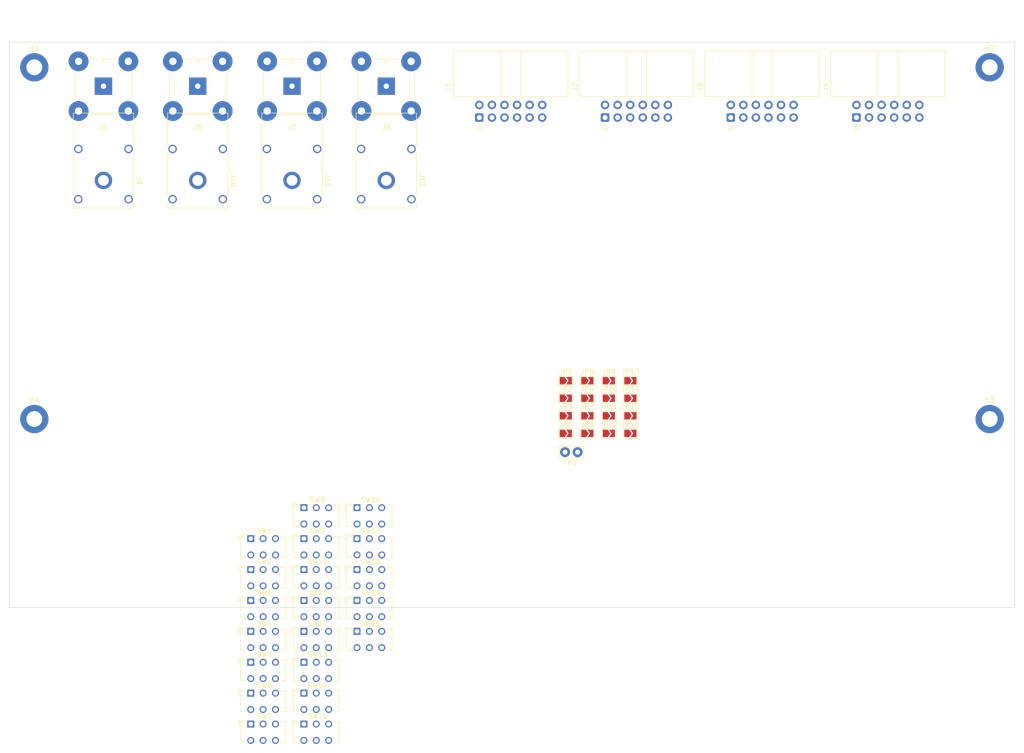
<source format=kicad_pcb>
(kicad_pcb (version 20221018) (generator pcbnew)
  (layers (0 "F.Cu" signal) (31 "B.Cu" signal) (34 "B.Paste" user) (35 "F.Paste" user) (36 "B.SilkS" user "B.Silkscreen") (37 "F.SilkS" user "F.Silkscreen") (38 "B.Mask" user) (39 "F.Mask" user) (44 "Edge.Cuts" user))
  (net 0 "")
  (net 1 "/A_I_OD_T")
  (net 2 "/A_V_OD_T")
  (net 3 "/A_I_1")
  (net 4 "/A_V_1")
  (net 5 "/A_I_3")
  (net 6 "/A_V_3")
  (net 7 "/A_I_5")
  (net 8 "/A_V_5")
  (net 11 "/A_I_OD_B")
  (net 12 "/A_V_OD_B")
  (net 13 "/A_I_EV_T")
  (net 14 "/A_V_EV_T")
  (net 15 "/A_I_2")
  (net 16 "/A_V_2")
  (net 17 "/A_I_4")
  (net 18 "/A_V_4")
  (net 19 "/A_I_6")
  (net 20 "/A_V_6")
  (net 23 "/A_I_EV_B")
  (net 24 "/A_V_EV_B")
  (net 25 "/B_I_EV_T")
  (net 26 "/B_V_EV_T")
  (net 27 "/B_I_2")
  (net 28 "/B_V_2")
  (net 29 "/B_I_4")
  (net 30 "/B_V_4")
  (net 31 "/B_I_6")
  (net 32 "/B_V_6")
  (net 35 "/B_I_EV_B")
  (net 36 "/B_V_EV_B")
  (net 37 "/B_I_OD_T")
  (net 38 "/B_V_OD_T")
  (net 39 "/B_I_1")
  (net 40 "/B_V_1")
  (net 41 "/B_I_3")
  (net 42 "/B_V_3")
  (net 43 "/B_I_5")
  (net 44 "/B_V_5")
  (net 47 "/B_I_OD_B")
  (net 48 "/B_V_OD_B")
  (net 49 "/FORCE_HI")
  (net 50 "Earth_Clean")
  (net 51 "/SENSE_HI")
  (net 52 "/SENSE_LO")
  (net 53 "/FORCE_LO")
  (footprint "Button_Switch_THT:SW_CuK_JS202011CQN_DPDT_Straight" (layer "F.Cu") (at 100.995 102.14)
    (fp_text reference "SW1" (at 2.75 -1.6) (layer "F.SilkS"))
    (fp_text value "SW_Push_DPDT")
    (pad "1" thru_hole rect (at 0 0) (size 1.4 1.4) (drill 0.9) (layers "*.Cu" "*.Mask"))
    (pad "2" thru_hole circle (at 2.5 0) (size 1.4 1.4) (drill 0.9) (layers "*.Cu" "*.Mask") (net 14 "/A_V_EV_T"))
    (pad "3" thru_hole circle (at 5 0) (size 1.4 1.4) (drill 0.9) (layers "*.Cu" "*.Mask") (net 52 "/SENSE_LO"))
    (pad "4" thru_hole circle (at 0 3.3) (size 1.4 1.4) (drill 0.9) (layers "*.Cu" "*.Mask"))
    (pad "5" thru_hole circle (at 2.5 3.3) (size 1.4 1.4) (drill 0.9) (layers "*.Cu" "*.Mask") (net 13 "/A_I_EV_T"))
    (pad "6" thru_hole circle (at 5 3.3) (size 1.4 1.4) (drill 0.9) (layers "*.Cu" "*.Mask") (net 53 "/FORCE_LO"))
  )
  (footprint "Button_Switch_THT:SW_CuK_JS202011CQN_DPDT_Straight" (layer "F.Cu") (at 122.465 95.89)
    (fp_text reference "SW16" (at 2.75 -1.6) (layer "F.SilkS"))
    (fp_text value "SW_Push_DPDT")
    (pad "1" thru_hole rect (at 0 0) (size 1.4 1.4) (drill 0.9) (layers "*.Cu" "*.Mask"))
    (pad "2" thru_hole circle (at 2.5 0) (size 1.4 1.4) (drill 0.9) (layers "*.Cu" "*.Mask") (net 29 "/B_I_4"))
    (pad "3" thru_hole circle (at 5 0) (size 1.4 1.4) (drill 0.9) (layers "*.Cu" "*.Mask") (net 49 "/FORCE_HI"))
    (pad "4" thru_hole circle (at 0 3.3) (size 1.4 1.4) (drill 0.9) (layers "*.Cu" "*.Mask"))
    (pad "5" thru_hole circle (at 2.5 3.3) (size 1.4 1.4) (drill 0.9) (layers "*.Cu" "*.Mask") (net 30 "/B_V_4"))
    (pad "6" thru_hole circle (at 5 3.3) (size 1.4 1.4) (drill 0.9) (layers "*.Cu" "*.Mask") (net 51 "/SENSE_HI"))
  )
  (footprint "Connector_IDC:IDC-Header_2x06_P2.54mm_Horizontal" (layer "F.Cu") (at 197.98 17 90)
    (fp_text reference "J3" (at 6.215 -6.1 90) (layer "F.SilkS"))
    (fp_text value "Conn_02x06_Odd_Even")
    (pad "1" thru_hole roundrect (at 0 0 90) (size 1.7 1.7) (drill 1) (layers "*.Cu" "*.Mask") (roundrect_rratio 0.147059) (net 25 "/B_I_EV_T"))
    (pad "2" thru_hole circle (at 2.54 0 90) (size 1.7 1.7) (drill 1) (layers "*.Cu" "*.Mask") (net 26 "/B_V_EV_T"))
    (pad "3" thru_hole circle (at 0 2.54 90) (size 1.7 1.7) (drill 1) (layers "*.Cu" "*.Mask") (net 27 "/B_I_2"))
    (pad "4" thru_hole circle (at 2.54 2.54 90) (size 1.7 1.7) (drill 1) (layers "*.Cu" "*.Mask") (net 28 "/B_V_2"))
    (pad "5" thru_hole circle (at 0 5.08 90) (size 1.7 1.7) (drill 1) (layers "*.Cu" "*.Mask") (net 29 "/B_I_4"))
    (pad "6" thru_hole circle (at 2.54 5.08 90) (size 1.7 1.7) (drill 1) (layers "*.Cu" "*.Mask") (net 30 "/B_V_4"))
    (pad "7" thru_hole circle (at 0 7.62 90) (size 1.7 1.7) (drill 1) (layers "*.Cu" "*.Mask") (net 31 "/B_I_6"))
    (pad "8" thru_hole circle (at 2.54 7.62 90) (size 1.7 1.7) (drill 1) (layers "*.Cu" "*.Mask") (net 32 "/B_V_6"))
    (pad "9" thru_hole circle (at 0 10.16 90) (size 1.7 1.7) (drill 1) (layers "*.Cu" "*.Mask"))
    (pad "10" thru_hole circle (at 2.54 10.16 90) (size 1.7 1.7) (drill 1) (layers "*.Cu" "*.Mask"))
    (pad "11" thru_hole circle (at 0 12.7 90) (size 1.7 1.7) (drill 1) (layers "*.Cu" "*.Mask") (net 35 "/B_I_EV_B"))
    (pad "12" thru_hole circle (at 2.54 12.7 90) (size 1.7 1.7) (drill 1) (layers "*.Cu" "*.Mask") (net 36 "/B_V_EV_B"))
  )
  (footprint "MountingHole:MountingHole_3.2mm_M3_ISO7380_Pad" (layer "F.Cu") (at 57.26 6.84)
    (fp_text reference "H1" (at 0 -3.85) (layer "F.SilkS"))
    (fp_text value "MountingHole_Pad")
    (pad "1" thru_hole circle (at 0 0) (size 5.7 5.7) (drill 3.2) (layers "*.Cu" "*.Mask") (net 50 "Earth_Clean"))
  )
  (footprint "Connector_Coaxial:BNC_TEConnectivity_1478035_Horizontal" (layer "F.Cu") (at 90.28 10.66)
    (fp_text reference "J6" (at 0 8.3) (layer "F.SilkS"))
    (fp_text value "Conn_Coaxial")
    (pad "1" thru_hole rect (at 0 0) (size 3.5 3.5) (drill 1.1) (layers "*.Cu" "*.Mask") (net 51 "/SENSE_HI"))
    (pad "2" thru_hole circle (at -5.025 -5.025) (size 4 4) (drill 1.5) (layers "*.Cu" "*.Mask") (net 50 "Earth_Clean"))
    (pad "2" thru_hole circle (at -5.025 5.025) (size 4 4) (drill 1.5) (layers "*.Cu" "*.Mask") (net 50 "Earth_Clean"))
    (pad "2" thru_hole circle (at 5.025 -5.025) (size 4 4) (drill 1.5) (layers "*.Cu" "*.Mask") (net 50 "Earth_Clean"))
    (pad "2" thru_hole circle (at 5.025 5.025) (size 4 4) (drill 1.5) (layers "*.Cu" "*.Mask") (net 50 "Earth_Clean"))
  )
  (footprint "Connector:Banana_Cliff_FCR7350x_S16N-PC_Horizontal" (layer "F.Cu") (at 109.33 29.71 -90)
    (fp_text reference "J11" (at 0 -7.25 -90 unlocked) (layer "F.SilkS"))
    (fp_text value "Conn_01x01_Socket")
    (pad "" np_thru_hole circle (at -6.36 -5.08 270) (size 1.7 1.7) (drill 1.2) (layers "F&B.Cu" "*.Mask"))
    (pad "" np_thru_hole circle (at -6.36 5.08 270) (size 1.7 1.7) (drill 1.2) (layers "F&B.Cu" "*.Mask"))
    (pad "" np_thru_hole circle (at 3.8 -5.08 270) (size 1.7 1.7) (drill 1.2) (layers "F&B.Cu" "*.Mask"))
    (pad "" np_thru_hole circle (at 3.8 5.08 270) (size 1.7 1.7) (drill 1.2) (layers "F&B.Cu" "*.Mask"))
    (pad "1" thru_hole circle (at 0 0 270) (size 3.5 3.5) (drill 2.2) (layers "*.Cu" "*.Mask") (net 52 "/SENSE_LO"))
  )
  (footprint "Jumper:SolderJumper-2_P1.3mm_Open_TrianglePad1.0x1.5mm" (layer "F.Cu") (at 173.35 80.86)
    (fp_text reference "JP12" (at 0 -1.8) (layer "F.SilkS"))
    (fp_text value "SolderJumper_2_Open")
    (pad "1" smd custom (at -0.725 0) (size 0.3 0.3) (layers "F.Cu" "F.Mask") (net 25 "/B_I_EV_T") (options (clearance outline) (anchor rect)) (primitives (gr_poly (pts (xy 1 0) (xy 0.5 0.75) (xy -0.5 0.75) (xy -0.5 -0.75) (xy 0.5 -0.75)) (width 0) (fill yes))))
    (pad "2" smd custom (at 0.725 0) (size 0.3 0.3) (layers "F.Cu" "F.Mask") (net 53 "/FORCE_LO") (options (clearance outline) (anchor rect)) (primitives (gr_poly (pts (xy 0.5 0.75) (xy -0.65 0.75) (xy -0.15 0) (xy -0.65 -0.75) (xy 0.5 -0.75)) (width 0) (fill yes))))
  )
  (footprint "Button_Switch_THT:SW_CuK_JS202011CQN_DPDT_Straight" (layer "F.Cu") (at 111.73 95.89)
    (fp_text reference "SW8" (at 2.75 -1.6) (layer "F.SilkS"))
    (fp_text value "SW_Push_DPDT")
    (pad "1" thru_hole rect (at 0 0) (size 1.4 1.4) (drill 0.9) (layers "*.Cu" "*.Mask"))
    (pad "2" thru_hole circle (at 2.5 0) (size 1.4 1.4) (drill 0.9) (layers "*.Cu" "*.Mask") (net 17 "/A_I_4"))
    (pad "3" thru_hole circle (at 5 0) (size 1.4 1.4) (drill 0.9) (layers "*.Cu" "*.Mask") (net 49 "/FORCE_HI"))
    (pad "4" thru_hole circle (at 0 3.3) (size 1.4 1.4) (drill 0.9) (layers "*.Cu" "*.Mask"))
    (pad "5" thru_hole circle (at 2.5 3.3) (size 1.4 1.4) (drill 0.9) (layers "*.Cu" "*.Mask") (net 18 "/A_V_4"))
    (pad "6" thru_hole circle (at 5 3.3) (size 1.4 1.4) (drill 0.9) (layers "*.Cu" "*.Mask") (net 51 "/SENSE_HI"))
  )
  (footprint "Button_Switch_THT:SW_CuK_JS202011CQN_DPDT_Straight" (layer "F.Cu") (at 122.465 108.39)
    (fp_text reference "SW18" (at 2.75 -1.6) (layer "F.SilkS"))
    (fp_text value "SW_Push_DPDT")
    (pad "1" thru_hole rect (at 0 0) (size 1.4 1.4) (drill 0.9) (layers "*.Cu" "*.Mask"))
    (pad "2" thru_hole circle (at 2.5 0) (size 1.4 1.4) (drill 0.9) (layers "*.Cu" "*.Mask") (net 31 "/B_I_6"))
    (pad "3" thru_hole circle (at 5 0) (size 1.4 1.4) (drill 0.9) (layers "*.Cu" "*.Mask") (net 49 "/FORCE_HI"))
    (pad "4" thru_hole circle (at 0 3.3) (size 1.4 1.4) (drill 0.9) (layers "*.Cu" "*.Mask"))
    (pad "5" thru_hole circle (at 2.5 3.3) (size 1.4 1.4) (drill 0.9) (layers "*.Cu" "*.Mask") (net 32 "/B_V_6"))
    (pad "6" thru_hole circle (at 5 3.3) (size 1.4 1.4) (drill 0.9) (layers "*.Cu" "*.Mask") (net 51 "/SENSE_HI"))
  )
  (footprint "Button_Switch_THT:SW_CuK_JS202011CQN_DPDT_Straight" (layer "F.Cu") (at 100.995 133.39)
    (fp_text reference "SW6" (at 2.75 -1.6) (layer "F.SilkS"))
    (fp_text value "SW_Push_DPDT")
    (pad "1" thru_hole rect (at 0 0) (size 1.4 1.4) (drill 0.9) (layers "*.Cu" "*.Mask"))
    (pad "2" thru_hole circle (at 2.5 0) (size 1.4 1.4) (drill 0.9) (layers "*.Cu" "*.Mask") (net 12 "/A_V_OD_B"))
    (pad "3" thru_hole circle (at 5 0) (size 1.4 1.4) (drill 0.9) (layers "*.Cu" "*.Mask") (net 52 "/SENSE_LO"))
    (pad "4" thru_hole circle (at 0 3.3) (size 1.4 1.4) (drill 0.9) (layers "*.Cu" "*.Mask"))
    (pad "5" thru_hole circle (at 2.5 3.3) (size 1.4 1.4) (drill 0.9) (layers "*.Cu" "*.Mask") (net 11 "/A_I_OD_B"))
    (pad "6" thru_hole circle (at 5 3.3) (size 1.4 1.4) (drill 0.9) (layers "*.Cu" "*.Mask") (net 53 "/FORCE_LO"))
  )
  (footprint "Jumper:SolderJumper-2_P1.3mm_Open_TrianglePad1.0x1.5mm" (layer "F.Cu") (at 169 77.31)
    (fp_text reference "JP7" (at 0 -1.8) (layer "F.SilkS"))
    (fp_text value "SolderJumper_2_Open")
    (pad "1" smd custom (at -0.725 0) (size 0.3 0.3) (layers "F.Cu" "F.Mask") (net 24 "/A_V_EV_B") (options (clearance outline) (anchor rect)) (primitives (gr_poly (pts (xy 1 0) (xy 0.5 0.75) (xy -0.5 0.75) (xy -0.5 -0.75) (xy 0.5 -0.75)) (width 0) (fill yes))))
    (pad "2" smd custom (at 0.725 0) (size 0.3 0.3) (layers "F.Cu" "F.Mask") (net 52 "/SENSE_LO") (options (clearance outline) (anchor rect)) (primitives (gr_poly (pts (xy 0.5 0.75) (xy -0.65 0.75) (xy -0.15 0) (xy -0.65 -0.75) (xy 0.5 -0.75)) (width 0) (fill yes))))
  )
  (footprint "Button_Switch_THT:SW_CuK_JS202011CQN_DPDT_Straight" (layer "F.Cu") (at 100.995 120.89)
    (fp_text reference "SW4" (at 2.75 -1.6) (layer "F.SilkS"))
    (fp_text value "SW_Push_DPDT")
    (pad "1" thru_hole rect (at 0 0) (size 1.4 1.4) (drill 0.9) (layers "*.Cu" "*.Mask"))
    (pad "2" thru_hole circle (at 2.5 0) (size 1.4 1.4) (drill 0.9) (layers "*.Cu" "*.Mask") (net 5 "/A_I_3"))
    (pad "3" thru_hole circle (at 5 0) (size 1.4 1.4) (drill 0.9) (layers "*.Cu" "*.Mask") (net 49 "/FORCE_HI"))
    (pad "4" thru_hole circle (at 0 3.3) (size 1.4 1.4) (drill 0.9) (layers "*.Cu" "*.Mask"))
    (pad "5" thru_hole circle (at 2.5 3.3) (size 1.4 1.4) (drill 0.9) (layers "*.Cu" "*.Mask") (net 6 "/A_V_3"))
    (pad "6" thru_hole circle (at 5 3.3) (size 1.4 1.4) (drill 0.9) (layers "*.Cu" "*.Mask") (net 51 "/SENSE_HI"))
  )
  (footprint "Button_Switch_THT:SW_CuK_JS202011CQN_DPDT_Straight" (layer "F.Cu") (at 100.995 108.39)
    (fp_text reference "SW2" (at 2.75 -1.6) (layer "F.SilkS"))
    (fp_text value "SW_Push_DPDT")
    (pad "1" thru_hole rect (at 0 0) (size 1.4 1.4) (drill 0.9) (layers "*.Cu" "*.Mask"))
    (pad "2" thru_hole circle (at 2.5 0) (size 1.4 1.4) (drill 0.9) (layers "*.Cu" "*.Mask") (net 2 "/A_V_OD_T"))
    (pad "3" thru_hole circle (at 5 0) (size 1.4 1.4) (drill 0.9) (layers "*.Cu" "*.Mask") (net 52 "/SENSE_LO"))
    (pad "4" thru_hole circle (at 0 3.3) (size 1.4 1.4) (drill 0.9) (layers "*.Cu" "*.Mask"))
    (pad "5" thru_hole circle (at 2.5 3.3) (size 1.4 1.4) (drill 0.9) (layers "*.Cu" "*.Mask") (net 1 "/A_I_OD_T"))
    (pad "6" thru_hole circle (at 5 3.3) (size 1.4 1.4) (drill 0.9) (layers "*.Cu" "*.Mask") (net 53 "/FORCE_LO"))
  )
  (footprint "Connector:Banana_Cliff_FCR7350x_S16N-PC_Horizontal" (layer "F.Cu") (at 71.23 29.71 -90)
    (fp_text reference "J9" (at 0 -7.25 -90 unlocked) (layer "F.SilkS"))
    (fp_text value "Conn_01x01_Socket")
    (pad "" np_thru_hole circle (at -6.36 -5.08 270) (size 1.7 1.7) (drill 1.2) (layers "F&B.Cu" "*.Mask"))
    (pad "" np_thru_hole circle (at -6.36 5.08 270) (size 1.7 1.7) (drill 1.2) (layers "F&B.Cu" "*.Mask"))
    (pad "" np_thru_hole circle (at 3.8 -5.08 270) (size 1.7 1.7) (drill 1.2) (layers "F&B.Cu" "*.Mask"))
    (pad "" np_thru_hole circle (at 3.8 5.08 270) (size 1.7 1.7) (drill 1.2) (layers "F&B.Cu" "*.Mask"))
    (pad "1" thru_hole circle (at 0 0 270) (size 3.5 3.5) (drill 2.2) (layers "*.Cu" "*.Mask") (net 49 "/FORCE_HI"))
  )
  (footprint "Connector_IDC:IDC-Header_2x06_P2.54mm_Horizontal" (layer "F.Cu") (at 147.18 17 90)
    (fp_text reference "J1" (at 6.215 -6.1 90) (layer "F.SilkS"))
    (fp_text value "Conn_02x06_Odd_Even")
    (pad "1" thru_hole roundrect (at 0 0 90) (size 1.7 1.7) (drill 1) (layers "*.Cu" "*.Mask") (roundrect_rratio 0.147059) (net 1 "/A_I_OD_T"))
    (pad "2" thru_hole circle (at 2.54 0 90) (size 1.7 1.7) (drill 1) (layers "*.Cu" "*.Mask") (net 2 "/A_V_OD_T"))
    (pad "3" thru_hole circle (at 0 2.54 90) (size 1.7 1.7) (drill 1) (layers "*.Cu" "*.Mask") (net 3 "/A_I_1"))
    (pad "4" thru_hole circle (at 2.54 2.54 90) (size 1.7 1.7) (drill 1) (layers "*.Cu" "*.Mask") (net 4 "/A_V_1"))
    (pad "5" thru_hole circle (at 0 5.08 90) (size 1.7 1.7) (drill 1) (layers "*.Cu" "*.Mask") (net 5 "/A_I_3"))
    (pad "6" thru_hole circle (at 2.54 5.08 90) (size 1.7 1.7) (drill 1) (layers "*.Cu" "*.Mask") (net 6 "/A_V_3"))
    (pad "7" thru_hole circle (at 0 7.62 90) (size 1.7 1.7) (drill 1) (layers "*.Cu" "*.Mask") (net 7 "/A_I_5"))
    (pad "8" thru_hole circle (at 2.54 7.62 90) (size 1.7 1.7) (drill 1) (layers "*.Cu" "*.Mask") (net 8 "/A_V_5"))
    (pad "9" thru_hole circle (at 0 10.16 90) (size 1.7 1.7) (drill 1) (layers "*.Cu" "*.Mask"))
    (pad "10" thru_hole circle (at 2.54 10.16 90) (size 1.7 1.7) (drill 1) (layers "*.Cu" "*.Mask"))
    (pad "11" thru_hole circle (at 0 12.7 90) (size 1.7 1.7) (drill 1) (layers "*.Cu" "*.Mask") (net 11 "/A_I_OD_B"))
    (pad "12" thru_hole circle (at 2.54 12.7 90) (size 1.7 1.7) (drill 1) (layers "*.Cu" "*.Mask") (net 12 "/A_V_OD_B"))
  )
  (footprint "Button_Switch_THT:SW_CuK_JS202011CQN_DPDT_Straight" (layer "F.Cu") (at 111.73 133.39)
    (fp_text reference "SW14" (at 2.75 -1.6) (layer "F.SilkS"))
    (fp_text value "SW_Push_DPDT")
    (pad "1" thru_hole rect (at 0 0) (size 1.4 1.4) (drill 0.9) (layers "*.Cu" "*.Mask"))
    (pad "2" thru_hole circle (at 2.5 0) (size 1.4 1.4) (drill 0.9) (layers "*.Cu" "*.Mask") (net 27 "/B_I_2"))
    (pad "3" thru_hole circle (at 5 0) (size 1.4 1.4) (drill 0.9) (layers "*.Cu" "*.Mask") (net 49 "/FORCE_HI"))
    (pad "4" thru_hole circle (at 0 3.3) (size 1.4 1.4) (drill 0.9) (layers "*.Cu" "*.Mask"))
    (pad "5" thru_hole circle (at 2.5 3.3) (size 1.4 1.4) (drill 0.9) (layers "*.Cu" "*.Mask") (net 28 "/B_V_2"))
    (pad "6" thru_hole circle (at 5 3.3) (size 1.4 1.4) (drill 0.9) (layers "*.Cu" "*.Mask") (net 51 "/SENSE_HI"))
  )
  (footprint "Jumper:SolderJumper-2_P1.3mm_Open_TrianglePad1.0x1.5mm" (layer "F.Cu") (at 173.35 70.21)
    (fp_text reference "JP9" (at 0 -1.8) (layer "F.SilkS"))
    (fp_text value "SolderJumper_2_Open")
    (pad "1" smd custom (at -0.725 0) (size 0.3 0.3) (layers "F.Cu" "F.Mask") (net 38 "/B_V_OD_T") (options (clearance outline) (anchor rect)) (primitives (gr_poly (pts (xy 1 0) (xy 0.5 0.75) (xy -0.5 0.75) (xy -0.5 -0.75) (xy 0.5 -0.75)) (width 0) (fill yes))))
    (pad "2" smd custom (at 0.725 0) (size 0.3 0.3) (layers "F.Cu" "F.Mask") (net 52 "/SENSE_LO") (options (clearance outline) (anchor rect)) (primitives (gr_poly (pts (xy 0.5 0.75) (xy -0.65 0.75) (xy -0.15 0) (xy -0.65 -0.75) (xy 0.5 -0.75)) (width 0) (fill yes))))
  )
  (footprint "Button_Switch_THT:SW_CuK_JS202011CQN_DPDT_Straight" (layer "F.Cu") (at 111.73 120.89)
    (fp_text reference "SW12" (at 2.75 -1.6) (layer "F.SilkS"))
    (fp_text value "SW_Push_DPDT")
    (pad "1" thru_hole rect (at 0 0) (size 1.4 1.4) (drill 0.9) (layers "*.Cu" "*.Mask"))
    (pad "2" thru_hole circle (at 2.5 0) (size 1.4 1.4) (drill 0.9) (layers "*.Cu" "*.Mask") (net 26 "/B_V_EV_T"))
    (pad "3" thru_hole circle (at 5 0) (size 1.4 1.4) (drill 0.9) (layers "*.Cu" "*.Mask") (net 52 "/SENSE_LO"))
    (pad "4" thru_hole circle (at 0 3.3) (size 1.4 1.4) (drill 0.9) (layers "*.Cu" "*.Mask"))
    (pad "5" thru_hole circle (at 2.5 3.3) (size 1.4 1.4) (drill 0.9) (layers "*.Cu" "*.Mask") (net 25 "/B_I_EV_T"))
    (pad "6" thru_hole circle (at 5 3.3) (size 1.4 1.4) (drill 0.9) (layers "*.Cu" "*.Mask") (net 53 "/FORCE_LO"))
  )
  (footprint "Jumper:SolderJumper-2_P1.3mm_Open_TrianglePad1.0x1.5mm" (layer "F.Cu") (at 169 73.76)
    (fp_text reference "JP6" (at 0 -1.8) (layer "F.SilkS"))
    (fp_text value "SolderJumper_2_Open")
    (pad "1" smd custom (at -0.725 0) (size 0.3 0.3) (layers "F.Cu" "F.Mask") (net 11 "/A_I_OD_B") (options (clearance outline) (anchor rect)) (primitives (gr_poly (pts (xy 1 0) (xy 0.5 0.75) (xy -0.5 0.75) (xy -0.5 -0.75) (xy 0.5 -0.75)) (width 0) (fill yes))))
    (pad "2" smd custom (at 0.725 0) (size 0.3 0.3) (layers "F.Cu" "F.Mask") (net 53 "/FORCE_LO") (options (clearance outline) (anchor rect)) (primitives (gr_poly (pts (xy 0.5 0.75) (xy -0.65 0.75) (xy -0.15 0) (xy -0.65 -0.75) (xy 0.5 -0.75)) (width 0) (fill yes))))
  )
  (footprint "Jumper:SolderJumper-2_P1.3mm_Open_TrianglePad1.0x1.5mm" (layer "F.Cu") (at 169 70.21)
    (fp_text reference "JP5" (at 0 -1.8) (layer "F.SilkS"))
    (fp_text value "SolderJumper_2_Open")
    (pad "1" smd custom (at -0.725 0) (size 0.3 0.3) (layers "F.Cu" "F.Mask") (net 12 "/A_V_OD_B") (options (clearance outline) (anchor rect)) (primitives (gr_poly (pts (xy 1 0) (xy 0.5 0.75) (xy -0.5 0.75) (xy -0.5 -0.75) (xy 0.5 -0.75)) (width 0) (fill yes))))
    (pad "2" smd custom (at 0.725 0) (size 0.3 0.3) (layers "F.Cu" "F.Mask") (net 52 "/SENSE_LO") (options (clearance outline) (anchor rect)) (primitives (gr_poly (pts (xy 0.5 0.75) (xy -0.65 0.75) (xy -0.15 0) (xy -0.65 -0.75) (xy 0.5 -0.75)) (width 0) (fill yes))))
  )
  (footprint "TestPoint:TestPoint_Bridge_Pitch2.54mm_Drill1.0mm" (layer "F.Cu") (at 164.5 84.66)
    (fp_text reference "TP1" (at 1.1 2.1) (layer "F.SilkS"))
    (fp_text value "TestPoint")
    (pad "1" thru_hole circle (at 0 0) (size 2 2) (drill 1) (layers "*.Cu" "*.Mask") (net 50 "Earth_Clean"))
    (pad "1" thru_hole circle (at 2.54 0) (size 2 2) (drill 1) (layers "*.Cu" "*.Mask") (net 50 "Earth_Clean"))
  )
  (footprint "Button_Switch_THT:SW_CuK_JS202011CQN_DPDT_Straight" (layer "F.Cu") (at 111.73 127.14)
    (fp_text reference "SW13" (at 2.75 -1.6) (layer "F.SilkS"))
    (fp_text value "SW_Push_DPDT")
    (pad "1" thru_hole rect (at 0 0) (size 1.4 1.4) (drill 0.9) (layers "*.Cu" "*.Mask"))
    (pad "2" thru_hole circle (at 2.5 0) (size 1.4 1.4) (drill 0.9) (layers "*.Cu" "*.Mask") (net 39 "/B_I_1"))
    (pad "3" thru_hole circle (at 5 0) (size 1.4 1.4) (drill 0.9) (layers "*.Cu" "*.Mask") (net 49 "/FORCE_HI"))
    (pad "4" thru_hole circle (at 0 3.3) (size 1.4 1.4) (drill 0.9) (layers "*.Cu" "*.Mask"))
    (pad "5" thru_hole circle (at 2.5 3.3) (size 1.4 1.4) (drill 0.9) (layers "*.Cu" "*.Mask") (net 40 "/B_V_1"))
    (pad "6" thru_hole circle (at 5 3.3) (size 1.4 1.4) (drill 0.9) (layers "*.Cu" "*.Mask") (net 51 "/SENSE_HI"))
  )
  (footprint "Button_Switch_THT:SW_CuK_JS202011CQN_DPDT_Straight" (layer "F.Cu") (at 100.995 139.64)
    (fp_text reference "SW7" (at 2.75 -1.6) (layer "F.SilkS"))
    (fp_text value "SW_Push_DPDT")
    (pad "1" thru_hole rect (at 0 0) (size 1.4 1.4) (drill 0.9) (layers "*.Cu" "*.Mask"))
    (pad "2" thru_hole circle (at 2.5 0) (size 1.4 1.4) (drill 0.9) (layers "*.Cu" "*.Mask") (net 15 "/A_I_2"))
    (pad "3" thru_hole circle (at 5 0) (size 1.4 1.4) (drill 0.9) (layers "*.Cu" "*.Mask") (net 49 "/FORCE_HI"))
    (pad "4" thru_hole circle (at 0 3.3) (size 1.4 1.4) (drill 0.9) (layers "*.Cu" "*.Mask"))
    (pad "5" thru_hole circle (at 2.5 3.3) (size 1.4 1.4) (drill 0.9) (layers "*.Cu" "*.Mask") (net 16 "/A_V_2"))
    (pad "6" thru_hole circle (at 5 3.3) (size 1.4 1.4) (drill 0.9) (layers "*.Cu" "*.Mask") (net 51 "/SENSE_HI"))
  )
  (footprint "MountingHole:MountingHole_3.2mm_M3_ISO7380_Pad" (layer "F.Cu") (at 57.26 77.96)
    (fp_text reference "H4" (at 0 -3.85) (layer "F.SilkS"))
    (fp_text value "MountingHole_Pad")
    (pad "1" thru_hole circle (at 0 0) (size 5.7 5.7) (drill 3.2) (layers "*.Cu" "*.Mask") (net 50 "Earth_Clean"))
  )
  (footprint "Jumper:SolderJumper-2_P1.3mm_Open_TrianglePad1.0x1.5mm" (layer "F.Cu") (at 164.65 77.31)
    (fp_text reference "JP3" (at 0 -1.8) (layer "F.SilkS"))
    (fp_text value "SolderJumper_2_Open")
    (pad "1" smd custom (at -0.725 0) (size 0.3 0.3) (layers "F.Cu" "F.Mask") (net 14 "/A_V_EV_T") (options (clearance outline) (anchor rect)) (primitives (gr_poly (pts (xy 1 0) (xy 0.5 0.75) (xy -0.5 0.75) (xy -0.5 -0.75) (xy 0.5 -0.75)) (width 0) (fill yes))))
    (pad "2" smd custom (at 0.725 0) (size 0.3 0.3) (layers "F.Cu" "F.Mask") (net 52 "/SENSE_LO") (options (clearance outline) (anchor rect)) (primitives (gr_poly (pts (xy 0.5 0.75) (xy -0.65 0.75) (xy -0.15 0) (xy -0.65 -0.75) (xy 0.5 -0.75)) (width 0) (fill yes))))
  )
  (footprint "Jumper:SolderJumper-2_P1.3mm_Open_TrianglePad1.0x1.5mm" (layer "F.Cu") (at 177.7 77.31)
    (fp_text reference "JP15" (at 0 -1.8) (layer "F.SilkS"))
    (fp_text value "SolderJumper_2_Open")
    (pad "1" smd custom (at -0.725 0) (size 0.3 0.3) (layers "F.Cu" "F.Mask") (net 36 "/B_V_EV_B") (options (clearance outline) (anchor rect)) (primitives (gr_poly (pts (xy 1 0) (xy 0.5 0.75) (xy -0.5 0.75) (xy -0.5 -0.75) (xy 0.5 -0.75)) (width 0) (fill yes))))
    (pad "2" smd custom (at 0.725 0) (size 0.3 0.3) (layers "F.Cu" "F.Mask") (net 52 "/SENSE_LO") (options (clearance outline) (anchor rect)) (primitives (gr_poly (pts (xy 0.5 0.75) (xy -0.65 0.75) (xy -0.15 0) (xy -0.65 -0.75) (xy 0.5 -0.75)) (width 0) (fill yes))))
  )
  (footprint "Connector_Coaxial:BNC_TEConnectivity_1478035_Horizontal" (layer "F.Cu") (at 128.38 10.66)
    (fp_text reference "J8" (at 0 8.3) (layer "F.SilkS"))
    (fp_text value "Conn_Coaxial")
    (pad "1" thru_hole rect (at 0 0) (size 3.5 3.5) (drill 1.1) (layers "*.Cu" "*.Mask") (net 53 "/FORCE_LO"))
    (pad "2" thru_hole circle (at -5.025 -5.025) (size 4 4) (drill 1.5) (layers "*.Cu" "*.Mask") (net 50 "Earth_Clean"))
    (pad "2" thru_hole circle (at -5.025 5.025) (size 4 4) (drill 1.5) (layers "*.Cu" "*.Mask") (net 50 "Earth_Clean"))
    (pad "2" thru_hole circle (at 5.025 -5.025) (size 4 4) (drill 1.5) (layers "*.Cu" "*.Mask") (net 50 "Earth_Clean"))
    (pad "2" thru_hole circle (at 5.025 5.025) (size 4 4) (drill 1.5) (layers "*.Cu" "*.Mask") (net 50 "Earth_Clean"))
  )
  (footprint "MountingHole:MountingHole_3.2mm_M3_ISO7380_Pad" (layer "F.Cu") (at 250.3 77.96)
    (fp_text reference "H3" (at 0 -3.85) (layer "F.SilkS"))
    (fp_text value "MountingHole_Pad")
    (pad "1" thru_hole circle (at 0 0) (size 5.7 5.7) (drill 3.2) (layers "*.Cu" "*.Mask") (net 50 "Earth_Clean"))
  )
  (footprint "Jumper:SolderJumper-2_P1.3mm_Open_TrianglePad1.0x1.5mm" (layer "F.Cu") (at 169 80.86)
    (fp_text reference "JP8" (at 0 -1.8) (layer "F.SilkS"))
    (fp_text value "SolderJumper_2_Open")
    (pad "1" smd custom (at -0.725 0) (size 0.3 0.3) (layers "F.Cu" "F.Mask") (net 23 "/A_I_EV_B") (options (clearance outline) (anchor rect)) (primitives (gr_poly (pts (xy 1 0) (xy 0.5 0.75) (xy -0.5 0.75) (xy -0.5 -0.75) (xy 0.5 -0.75)) (width 0) (fill yes))))
    (pad "2" smd custom (at 0.725 0) (size 0.3 0.3) (layers "F.Cu" "F.Mask") (net 53 "/FORCE_LO") (options (clearance outline) (anchor rect)) (primitives (gr_poly (pts (xy 0.5 0.75) (xy -0.65 0.75) (xy -0.15 0) (xy -0.65 -0.75) (xy 0.5 -0.75)) (width 0) (fill yes))))
  )
  (footprint "Button_Switch_THT:SW_CuK_JS202011CQN_DPDT_Straight" (layer "F.Cu") (at 122.465 120.89)
    (fp_text reference "SW20" (at 2.75 -1.6) (layer "F.SilkS"))
    (fp_text value "SW_Push_DPDT")
    (pad "1" thru_hole rect (at 0 0) (size 1.4 1.4) (drill 0.9) (layers "*.Cu" "*.Mask"))
    (pad "2" thru_hole circle (at 2.5 0) (size 1.4 1.4) (drill 0.9) (layers "*.Cu" "*.Mask") (net 36 "/B_V_EV_B"))
    (pad "3" thru_hole circle (at 5 0) (size 1.4 1.4) (drill 0.9) (layers "*.Cu" "*.Mask") (net 52 "/SENSE_LO"))
    (pad "4" thru_hole circle (at 0 3.3) (size 1.4 1.4) (drill 0.9) (layers "*.Cu" "*.Mask"))
    (pad "5" thru_hole circle (at 2.5 3.3) (size 1.4 1.4) (drill 0.9) (layers "*.Cu" "*.Mask") (net 35 "/B_I_EV_B"))
    (pad "6" thru_hole circle (at 5 3.3) (size 1.4 1.4) (drill 0.9) (layers "*.Cu" "*.Mask") (net 53 "/FORCE_LO"))
  )
  (footprint "Button_Switch_THT:SW_CuK_JS202011CQN_DPDT_Straight" (layer "F.Cu") (at 111.73 139.64)
    (fp_text reference "SW15" (at 2.75 -1.6) (layer "F.SilkS"))
    (fp_text value "SW_Push_DPDT")
    (pad "1" thru_hole rect (at 0 0) (size 1.4 1.4) (drill 0.9) (layers "*.Cu" "*.Mask"))
    (pad "2" thru_hole circle (at 2.5 0) (size 1.4 1.4) (drill 0.9) (layers "*.Cu" "*.Mask") (net 41 "/B_I_3"))
    (pad "3" thru_hole circle (at 5 0) (size 1.4 1.4) (drill 0.9) (layers "*.Cu" "*.Mask") (net 49 "/FORCE_HI"))
    (pad "4" thru_hole circle (at 0 3.3) (size 1.4 1.4) (drill 0.9) (layers "*.Cu" "*.Mask"))
    (pad "5" thru_hole circle (at 2.5 3.3) (size 1.4 1.4) (drill 0.9) (layers "*.Cu" "*.Mask") (net 42 "/B_V_3"))
    (pad "6" thru_hole circle (at 5 3.3) (size 1.4 1.4) (drill 0.9) (layers "*.Cu" "*.Mask") (net 51 "/SENSE_HI"))
  )
  (footprint "Connector_IDC:IDC-Header_2x06_P2.54mm_Horizontal" (layer "F.Cu") (at 223.38 17 90)
    (fp_text reference "J4" (at 6.215 -6.1 90) (layer "F.SilkS"))
    (fp_text value "Conn_02x06_Odd_Even")
    (pad "1" thru_hole roundrect (at 0 0 90) (size 1.7 1.7) (drill 1) (layers "*.Cu" "*.Mask") (roundrect_rratio 0.147059) (net 37 "/B_I_OD_T"))
    (pad "2" thru_hole circle (at 2.54 0 90) (size 1.7 1.7) (drill 1) (layers "*.Cu" "*.Mask") (net 38 "/B_V_OD_T"))
    (pad "3" thru_hole circle (at 0 2.54 90) (size 1.7 1.7) (drill 1) (layers "*.Cu" "*.Mask") (net 39 "/B_I_1"))
    (pad "4" thru_hole circle (at 2.54 2.54 90) (size 1.7 1.7) (drill 1) (layers "*.Cu" "*.Mask") (net 40 "/B_V_1"))
    (pad "5" thru_hole circle (at 0 5.08 90) (size 1.7 1.7) (drill 1) (layers "*.Cu" "*.Mask") (net 41 "/B_I_3"))
    (pad "6" thru_hole circle (at 2.54 5.08 90) (size 1.7 1.7) (drill 1) (layers "*.Cu" "*.Mask") (net 42 "/B_V_3"))
    (pad "7" thru_hole circle (at 0 7.62 90) (size 1.7 1.7) (drill 1) (layers "*.Cu" "*.Mask") (net 43 "/B_I_5"))
    (pad "8" thru_hole circle (at 2.54 7.62 90) (size 1.7 1.7) (drill 1) (layers "*.Cu" "*.Mask") (net 44 "/B_V_5"))
    (pad "9" thru_hole circle (at 0 10.16 90) (size 1.7 1.7) (drill 1) (layers "*.Cu" "*.Mask"))
    (pad "10" thru_hole circle (at 2.54 10.16 90) (size 1.7 1.7) (drill 1) (layers "*.Cu" "*.Mask"))
    (pad "11" thru_hole circle (at 0 12.7 90) (size 1.7 1.7) (drill 1) (layers "*.Cu" "*.Mask") (net 47 "/B_I_OD_B"))
    (pad "12" thru_hole circle (at 2.54 12.7 90) (size 1.7 1.7) (drill 1) (layers "*.Cu" "*.Mask") (net 48 "/B_V_OD_B"))
  )
  (footprint "Connector:Banana_Cliff_FCR7350x_S16N-PC_Horizontal" (layer "F.Cu") (at 128.38 29.71 -90)
    (fp_text reference "J12" (at 0 -7.25 -90 unlocked) (layer "F.SilkS"))
    (fp_text value "Conn_01x01_Socket")
    (pad "" np_thru_hole circle (at -6.36 -5.08 270) (size 1.7 1.7) (drill 1.2) (layers "F&B.Cu" "*.Mask"))
    (pad "" np_thru_hole circle (at -6.36 5.08 270) (size 1.7 1.7) (drill 1.2) (layers "F&B.Cu" "*.Mask"))
    (pad "" np_thru_hole circle (at 3.8 -5.08 270) (size 1.7 1.7) (drill 1.2) (layers "F&B.Cu" "*.Mask"))
    (pad "" np_thru_hole circle (at 3.8 5.08 270) (size 1.7 1.7) (drill 1.2) (layers "F&B.Cu" "*.Mask"))
    (pad "1" thru_hole circle (at 0 0 270) (size 3.5 3.5) (drill 2.2) (layers "*.Cu" "*.Mask") (net 53 "/FORCE_LO"))
  )
  (footprint "Button_Switch_THT:SW_CuK_JS202011CQN_DPDT_Straight" (layer "F.Cu") (at 111.73 114.64)
    (fp_text reference "SW11" (at 2.75 -1.6) (layer "F.SilkS"))
    (fp_text value "SW_Push_DPDT")
    (pad "1" thru_hole rect (at 0 0) (size 1.4 1.4) (drill 0.9) (layers "*.Cu" "*.Mask"))
    (pad "2" thru_hole circle (at 2.5 0) (size 1.4 1.4) (drill 0.9) (layers "*.Cu" "*.Mask") (net 38 "/B_V_OD_T"))
    (pad "3" thru_hole circle (at 5 0) (size 1.4 1.4) (drill 0.9) (layers "*.Cu" "*.Mask") (net 52 "/SENSE_LO"))
    (pad "4" thru_hole circle (at 0 3.3) (size 1.4 1.4) (drill 0.9) (layers "*.Cu" "*.Mask"))
    (pad "5" thru_hole circle (at 2.5 3.3) (size 1.4 1.4) (drill 0.9) (layers "*.Cu" "*.Mask") (net 37 "/B_I_OD_T"))
    (pad "6" thru_hole circle (at 5 3.3) (size 1.4 1.4) (drill 0.9) (layers "*.Cu" "*.Mask") (net 53 "/FORCE_LO"))
  )
  (footprint "Connector:Banana_Cliff_FCR7350x_S16N-PC_Horizontal" (layer "F.Cu") (at 90.28 29.71 -90)
    (fp_text reference "J10" (at 0 -7.25 -90 unlocked) (layer "F.SilkS"))
    (fp_text value "Conn_01x01_Socket")
    (pad "" np_thru_hole circle (at -6.36 -5.08 270) (size 1.7 1.7) (drill 1.2) (layers "F&B.Cu" "*.Mask"))
    (pad "" np_thru_hole circle (at -6.36 5.08 270) (size 1.7 1.7) (drill 1.2) (layers "F&B.Cu" "*.Mask"))
    (pad "" np_thru_hole circle (at 3.8 -5.08 270) (size 1.7 1.7) (drill 1.2) (layers "F&B.Cu" "*.Mask"))
    (pad "" np_thru_hole circle (at 3.8 5.08 270) (size 1.7 1.7) (drill 1.2) (layers "F&B.Cu" "*.Mask"))
    (pad "1" thru_hole circle (at 0 0 270) (size 3.5 3.5) (drill 2.2) (layers "*.Cu" "*.Mask") (net 51 "/SENSE_HI"))
  )
  (footprint "Jumper:SolderJumper-2_P1.3mm_Open_TrianglePad1.0x1.5mm" (layer "F.Cu") (at 177.7 70.21)
    (fp_text reference "JP13" (at 0 -1.8) (layer "F.SilkS"))
    (fp_text value "SolderJumper_2_Open")
    (pad "1" smd custom (at -0.725 0) (size 0.3 0.3) (layers "F.Cu" "F.Mask") (net 48 "/B_V_OD_B") (options (clearance outline) (anchor rect)) (primitives (gr_poly (pts (xy 1 0) (xy 0.5 0.75) (xy -0.5 0.75) (xy -0.5 -0.75) (xy 0.5 -0.75)) (width 0) (fill yes))))
    (pad "2" smd custom (at 0.725 0) (size 0.3 0.3) (layers "F.Cu" "F.Mask") (net 52 "/SENSE_LO") (options (clearance outline) (anchor rect)) (primitives (gr_poly (pts (xy 0.5 0.75) (xy -0.65 0.75) (xy -0.15 0) (xy -0.65 -0.75) (xy 0.5 -0.75)) (width 0) (fill yes))))
  )
  (footprint "Jumper:SolderJumper-2_P1.3mm_Open_TrianglePad1.0x1.5mm" (layer "F.Cu") (at 177.7 80.86)
    (fp_text reference "JP16" (at 0 -1.8) (layer "F.SilkS"))
    (fp_text value "SolderJumper_2_Open")
    (pad "1" smd custom (at -0.725 0) (size 0.3 0.3) (layers "F.Cu" "F.Mask") (net 35 "/B_I_EV_B") (options (clearance outline) (anchor rect)) (primitives (gr_poly (pts (xy 1 0) (xy 0.5 0.75) (xy -0.5 0.75) (xy -0.5 -0.75) (xy 0.5 -0.75)) (width 0) (fill yes))))
    (pad "2" smd custom (at 0.725 0) (size 0.3 0.3) (layers "F.Cu" "F.Mask") (net 53 "/FORCE_LO") (options (clearance outline) (anchor rect)) (primitives (gr_poly (pts (xy 0.5 0.75) (xy -0.65 0.75) (xy -0.15 0) (xy -0.65 -0.75) (xy 0.5 -0.75)) (width 0) (fill yes))))
  )
  (footprint "Button_Switch_THT:SW_CuK_JS202011CQN_DPDT_Straight" (layer "F.Cu") (at 122.465 102.14)
    (fp_text reference "SW17" (at 2.75 -1.6) (layer "F.SilkS"))
    (fp_text value "SW_Push_DPDT")
    (pad "1" thru_hole rect (at 0 0) (size 1.4 1.4) (drill 0.9) (layers "*.Cu" "*.Mask"))
    (pad "2" thru_hole circle (at 2.5 0) (size 1.4 1.4) (drill 0.9) (layers "*.Cu" "*.Mask") (net 43 "/B_I_5"))
    (pad "3" thru_hole circle (at 5 0) (size 1.4 1.4) (drill 0.9) (layers "*.Cu" "*.Mask") (net 49 "/FORCE_HI"))
    (pad "4" thru_hole circle (at 0 3.3) (size 1.4 1.4) (drill 0.9) (layers "*.Cu" "*.Mask"))
    (pad "5" thru_hole circle (at 2.5 3.3) (size 1.4 1.4) (drill 0.9) (layers "*.Cu" "*.Mask") (net 44 "/B_V_5"))
    (pad "6" thru_hole circle (at 5 3.3) (size 1.4 1.4) (drill 0.9) (layers "*.Cu" "*.Mask") (net 51 "/SENSE_HI"))
  )
  (footprint "Jumper:SolderJumper-2_P1.3mm_Open_TrianglePad1.0x1.5mm" (layer "F.Cu") (at 173.35 73.76)
    (fp_text reference "JP10" (at 0 -1.8) (layer "F.SilkS"))
    (fp_text value "SolderJumper_2_Open")
    (pad "1" smd custom (at -0.725 0) (size 0.3 0.3) (layers "F.Cu" "F.Mask") (net 37 "/B_I_OD_T") (options (clearance outline) (anchor rect)) (primitives (gr_poly (pts (xy 1 0) (xy 0.5 0.75) (xy -0.5 0.75) (xy -0.5 -0.75) (xy 0.5 -0.75)) (width 0) (fill yes))))
    (pad "2" smd custom (at 0.725 0) (size 0.3 0.3) (layers "F.Cu" "F.Mask") (net 53 "/FORCE_LO") (options (clearance outline) (anchor rect)) (primitives (gr_poly (pts (xy 0.5 0.75) (xy -0.65 0.75) (xy -0.15 0) (xy -0.65 -0.75) (xy 0.5 -0.75)) (width 0) (fill yes))))
  )
  (footprint "Jumper:SolderJumper-2_P1.3mm_Open_TrianglePad1.0x1.5mm" (layer "F.Cu") (at 177.7 73.76)
    (fp_text reference "JP14" (at 0 -1.8) (layer "F.SilkS"))
    (fp_text value "SolderJumper_2_Open")
    (pad "1" smd custom (at -0.725 0) (size 0.3 0.3) (layers "F.Cu" "F.Mask") (net 47 "/B_I_OD_B") (options (clearance outline) (anchor rect)) (primitives (gr_poly (pts (xy 1 0) (xy 0.5 0.75) (xy -0.5 0.75) (xy -0.5 -0.75) (xy 0.5 -0.75)) (width 0) (fill yes))))
    (pad "2" smd custom (at 0.725 0) (size 0.3 0.3) (layers "F.Cu" "F.Mask") (net 53 "/FORCE_LO") (options (clearance outline) (anchor rect)) (primitives (gr_poly (pts (xy 0.5 0.75) (xy -0.65 0.75) (xy -0.15 0) (xy -0.65 -0.75) (xy 0.5 -0.75)) (width 0) (fill yes))))
  )
  (footprint "Jumper:SolderJumper-2_P1.3mm_Open_TrianglePad1.0x1.5mm" (layer "F.Cu") (at 164.65 80.86)
    (fp_text reference "JP4" (at 0 -1.8) (layer "F.SilkS"))
    (fp_text value "SolderJumper_2_Open")
    (pad "1" smd custom (at -0.725 0) (size 0.3 0.3) (layers "F.Cu" "F.Mask") (net 13 "/A_I_EV_T") (options (clearance outline) (anchor rect)) (primitives (gr_poly (pts (xy 1 0) (xy 0.5 0.75) (xy -0.5 0.75) (xy -0.5 -0.75) (xy 0.5 -0.75)) (width 0) (fill yes))))
    (pad "2" smd custom (at 0.725 0) (size 0.3 0.3) (layers "F.Cu" "F.Mask") (net 53 "/FORCE_LO") (options (clearance outline) (anchor rect)) (primitives (gr_poly (pts (xy 0.5 0.75) (xy -0.65 0.75) (xy -0.15 0) (xy -0.65 -0.75) (xy 0.5 -0.75)) (width 0) (fill yes))))
  )
  (footprint "Button_Switch_THT:SW_CuK_JS202011CQN_DPDT_Straight" (layer "F.Cu") (at 122.465 114.64)
    (fp_text reference "SW19" (at 2.75 -1.6) (layer "F.SilkS"))
    (fp_text value "SW_Push_DPDT")
    (pad "1" thru_hole rect (at 0 0) (size 1.4 1.4) (drill 0.9) (layers "*.Cu" "*.Mask"))
    (pad "2" thru_hole circle (at 2.5 0) (size 1.4 1.4) (drill 0.9) (layers "*.Cu" "*.Mask") (net 48 "/B_V_OD_B"))
    (pad "3" thru_hole circle (at 5 0) (size 1.4 1.4) (drill 0.9) (layers "*.Cu" "*.Mask") (net 52 "/SENSE_LO"))
    (pad "4" thru_hole circle (at 0 3.3) (size 1.4 1.4) (drill 0.9) (layers "*.Cu" "*.Mask"))
    (pad "5" thru_hole circle (at 2.5 3.3) (size 1.4 1.4) (drill 0.9) (layers "*.Cu" "*.Mask") (net 47 "/B_I_OD_B"))
    (pad "6" thru_hole circle (at 5 3.3) (size 1.4 1.4) (drill 0.9) (layers "*.Cu" "*.Mask") (net 53 "/FORCE_LO"))
  )
  (footprint "Jumper:SolderJumper-2_P1.3mm_Open_TrianglePad1.0x1.5mm" (layer "F.Cu") (at 164.65 70.21)
    (fp_text reference "JP1" (at 0 -1.8) (layer "F.SilkS"))
    (fp_text value "SolderJumper_2_Open")
    (pad "1" smd custom (at -0.725 0) (size 0.3 0.3) (layers "F.Cu" "F.Mask") (net 2 "/A_V_OD_T") (options (clearance outline) (anchor rect)) (primitives (gr_poly (pts (xy 1 0) (xy 0.5 0.75) (xy -0.5 0.75) (xy -0.5 -0.75) (xy 0.5 -0.75)) (width 0) (fill yes))))
    (pad "2" smd custom (at 0.725 0) (size 0.3 0.3) (layers "F.Cu" "F.Mask") (net 52 "/SENSE_LO") (options (clearance outline) (anchor rect)) (primitives (gr_poly (pts (xy 0.5 0.75) (xy -0.65 0.75) (xy -0.15 0) (xy -0.65 -0.75) (xy 0.5 -0.75)) (width 0) (fill yes))))
  )
  (footprint "Button_Switch_THT:SW_CuK_JS202011CQN_DPDT_Straight" (layer "F.Cu") (at 100.995 114.64)
    (fp_text reference "SW3" (at 2.75 -1.6) (layer "F.SilkS"))
    (fp_text value "SW_Push_DPDT")
    (pad "1" thru_hole rect (at 0 0) (size 1.4 1.4) (drill 0.9) (layers "*.Cu" "*.Mask"))
    (pad "2" thru_hole circle (at 2.5 0) (size 1.4 1.4) (drill 0.9) (layers "*.Cu" "*.Mask") (net 3 "/A_I_1"))
    (pad "3" thru_hole circle (at 5 0) (size 1.4 1.4) (drill 0.9) (layers "*.Cu" "*.Mask") (net 49 "/FORCE_HI"))
    (pad "4" thru_hole circle (at 0 3.3) (size 1.4 1.4) (drill 0.9) (layers "*.Cu" "*.Mask"))
    (pad "5" thru_hole circle (at 2.5 3.3) (size 1.4 1.4) (drill 0.9) (layers "*.Cu" "*.Mask") (net 4 "/A_V_1"))
    (pad "6" thru_hole circle (at 5 3.3) (size 1.4 1.4) (drill 0.9) (layers "*.Cu" "*.Mask") (net 51 "/SENSE_HI"))
  )
  (footprint "MountingHole:MountingHole_3.2mm_M3_ISO7380_Pad" (layer "F.Cu") (at 250.3 6.84)
    (fp_text reference "H2" (at 0 -3.85) (layer "F.SilkS"))
    (fp_text value "MountingHole_Pad")
    (pad "1" thru_hole circle (at 0 0) (size 5.7 5.7) (drill 3.2) (layers "*.Cu" "*.Mask") (net 50 "Earth_Clean"))
  )
  (footprint "Button_Switch_THT:SW_CuK_JS202011CQN_DPDT_Straight" (layer "F.Cu") (at 111.73 108.39)
    (fp_text reference "SW10" (at 2.75 -1.6) (layer "F.SilkS"))
    (fp_text value "SW_Push_DPDT")
    (pad "1" thru_hole rect (at 0 0) (size 1.4 1.4) (drill 0.9) (layers "*.Cu" "*.Mask"))
    (pad "2" thru_hole circle (at 2.5 0) (size 1.4 1.4) (drill 0.9) (layers "*.Cu" "*.Mask") (net 24 "/A_V_EV_B"))
    (pad "3" thru_hole circle (at 5 0) (size 1.4 1.4) (drill 0.9) (layers "*.Cu" "*.Mask") (net 52 "/SENSE_LO"))
    (pad "4" thru_hole circle (at 0 3.3) (size 1.4 1.4) (drill 0.9) (layers "*.Cu" "*.Mask"))
    (pad "5" thru_hole circle (at 2.5 3.3) (size 1.4 1.4) (drill 0.9) (layers "*.Cu" "*.Mask") (net 23 "/A_I_EV_B"))
    (pad "6" thru_hole circle (at 5 3.3) (size 1.4 1.4) (drill 0.9) (layers "*.Cu" "*.Mask") (net 53 "/FORCE_LO"))
  )
  (footprint "Connector_IDC:IDC-Header_2x06_P2.54mm_Horizontal" (layer "F.Cu") (at 172.58 17 90)
    (fp_text reference "J2" (at 6.215 -6.1 90) (layer "F.SilkS"))
    (fp_text value "Conn_02x06_Odd_Even")
    (pad "1" thru_hole roundrect (at 0 0 90) (size 1.7 1.7) (drill 1) (layers "*.Cu" "*.Mask") (roundrect_rratio 0.147059) (net 13 "/A_I_EV_T"))
    (pad "2" thru_hole circle (at 2.54 0 90) (size 1.7 1.7) (drill 1) (layers "*.Cu" "*.Mask") (net 14 "/A_V_EV_T"))
    (pad "3" thru_hole circle (at 0 2.54 90) (size 1.7 1.7) (drill 1) (layers "*.Cu" "*.Mask") (net 15 "/A_I_2"))
    (pad "4" thru_hole circle (at 2.54 2.54 90) (size 1.7 1.7) (drill 1) (layers "*.Cu" "*.Mask") (net 16 "/A_V_2"))
    (pad "5" thru_hole circle (at 0 5.08 90) (size 1.7 1.7) (drill 1) (layers "*.Cu" "*.Mask") (net 17 "/A_I_4"))
    (pad "6" thru_hole circle (at 2.54 5.08 90) (size 1.7 1.7) (drill 1) (layers "*.Cu" "*.Mask") (net 18 "/A_V_4"))
    (pad "7" thru_hole circle (at 0 7.62 90) (size 1.7 1.7) (drill 1) (layers "*.Cu" "*.Mask") (net 19 "/A_I_6"))
    (pad "8" thru_hole circle (at 2.54 7.62 90) (size 1.7 1.7) (drill 1) (layers "*.Cu" "*.Mask") (net 20 "/A_V_6"))
    (pad "9" thru_hole circle (at 0 10.16 90) (size 1.7 1.7) (drill 1) (layers "*.Cu" "*.Mask"))
    (pad "10" thru_hole circle (at 2.54 10.16 90) (size 1.7 1.7) (drill 1) (layers "*.Cu" "*.Mask"))
    (pad "11" thru_hole circle (at 0 12.7 90) (size 1.7 1.7) (drill 1) (layers "*.Cu" "*.Mask") (net 23 "/A_I_EV_B"))
    (pad "12" thru_hole circle (at 2.54 12.7 90) (size 1.7 1.7) (drill 1) (layers "*.Cu" "*.Mask") (net 24 "/A_V_EV_B"))
  )
  (footprint "Jumper:SolderJumper-2_P1.3mm_Open_TrianglePad1.0x1.5mm" (layer "F.Cu") (at 164.65 73.76)
    (fp_text reference "JP2" (at 0 -1.8) (layer "F.SilkS"))
    (fp_text value "SolderJumper_2_Open")
    (pad "1" smd custom (at -0.725 0) (size 0.3 0.3) (layers "F.Cu" "F.Mask") (net 1 "/A_I_OD_T") (options (clearance outline) (anchor rect)) (primitives (gr_poly (pts (xy 1 0) (xy 0.5 0.75) (xy -0.5 0.75) (xy -0.5 -0.75) (xy 0.5 -0.75)) (width 0) (fill yes))))
    (pad "2" smd custom (at 0.725 0) (size 0.3 0.3) (layers "F.Cu" "F.Mask") (net 53 "/FORCE_LO") (options (clearance outline) (anchor rect)) (primitives (gr_poly (pts (xy 0.5 0.75) (xy -0.65 0.75) (xy -0.15 0) (xy -0.65 -0.75) (xy 0.5 -0.75)) (width 0) (fill yes))))
  )
  (footprint "Connector_Coaxial:BNC_TEConnectivity_1478035_Horizontal" (layer "F.Cu") (at 71.23 10.66)
    (fp_text reference "J5" (at 0 8.3) (layer "F.SilkS"))
    (fp_text value "Conn_Coaxial")
    (pad "1" thru_hole rect (at 0 0) (size 3.5 3.5) (drill 1.1) (layers "*.Cu" "*.Mask") (net 49 "/FORCE_HI"))
    (pad "2" thru_hole circle (at -5.025 -5.025) (size 4 4) (drill 1.5) (layers "*.Cu" "*.Mask") (net 50 "Earth_Clean"))
    (pad "2" thru_hole circle (at -5.025 5.025) (size 4 4) (drill 1.5) (layers "*.Cu" "*.Mask") (net 50 "Earth_Clean"))
    (pad "2" thru_hole circle (at 5.025 -5.025) (size 4 4) (drill 1.5) (layers "*.Cu" "*.Mask") (net 50 "Earth_Clean"))
    (pad "2" thru_hole circle (at 5.025 5.025) (size 4 4) (drill 1.5) (layers "*.Cu" "*.Mask") (net 50 "Earth_Clean"))
  )
  (footprint "Connector_Coaxial:BNC_TEConnectivity_1478035_Horizontal" (layer "F.Cu") (at 109.33 10.66)
    (fp_text reference "J7" (at 0 8.3) (layer "F.SilkS"))
    (fp_text value "Conn_Coaxial")
    (pad "1" thru_hole rect (at 0 0) (size 3.5 3.5) (drill 1.1) (layers "*.Cu" "*.Mask") (net 52 "/SENSE_LO"))
    (pad "2" thru_hole circle (at -5.025 -5.025) (size 4 4) (drill 1.5) (layers "*.Cu" "*.Mask") (net 50 "Earth_Clean"))
    (pad "2" thru_hole circle (at -5.025 5.025) (size 4 4) (drill 1.5) (layers "*.Cu" "*.Mask") (net 50 "Earth_Clean"))
    (pad "2" thru_hole circle (at 5.025 -5.025) (size 4 4) (drill 1.5) (layers "*.Cu" "*.Mask") (net 50 "Earth_Clean"))
    (pad "2" thru_hole circle (at 5.025 5.025) (size 4 4) (drill 1.5) (layers "*.Cu" "*.Mask") (net 50 "Earth_Clean"))
  )
  (footprint "Button_Switch_THT:SW_CuK_JS202011CQN_DPDT_Straight" (layer "F.Cu") (at 100.995 127.14)
    (fp_text reference "SW5" (at 2.75 -1.6) (layer "F.SilkS"))
    (fp_text value "SW_Push_DPDT")
    (pad "1" thru_hole rect (at 0 0) (size 1.4 1.4) (drill 0.9) (layers "*.Cu" "*.Mask"))
    (pad "2" thru_hole circle (at 2.5 0) (size 1.4 1.4) (drill 0.9) (layers "*.Cu" "*.Mask") (net 7 "/A_I_5"))
    (pad "3" thru_hole circle (at 5 0) (size 1.4 1.4) (drill 0.9) (layers "*.Cu" "*.Mask") (net 49 "/FORCE_HI"))
    (pad "4" thru_hole circle (at 0 3.3) (size 1.4 1.4) (drill 0.9) (layers "*.Cu" "*.Mask"))
    (pad "5" thru_hole circle (at 2.5 3.3) (size 1.4 1.4) (drill 0.9) (layers "*.Cu" "*.Mask") (net 8 "/A_V_5"))
    (pad "6" thru_hole circle (at 5 3.3) (size 1.4 1.4) (drill 0.9) (layers "*.Cu" "*.Mask") (net 51 "/SENSE_HI"))
  )
  (footprint "Button_Switch_THT:SW_CuK_JS202011CQN_DPDT_Straight" (layer "F.Cu") (at 111.73 102.14)
    (fp_text reference "SW9" (at 2.75 -1.6) (layer "F.SilkS"))
    (fp_text value "SW_Push_DPDT")
    (pad "1" thru_hole rect (at 0 0) (size 1.4 1.4) (drill 0.9) (layers "*.Cu" "*.Mask"))
    (pad "2" thru_hole circle (at 2.5 0) (size 1.4 1.4) (drill 0.9) (layers "*.Cu" "*.Mask") (net 19 "/A_I_6"))
    (pad "3" thru_hole circle (at 5 0) (size 1.4 1.4) (drill 0.9) (layers "*.Cu" "*.Mask") (net 49 "/FORCE_HI"))
    (pad "4" thru_hole circle (at 0 3.3) (size 1.4 1.4) (drill 0.9) (layers "*.Cu" "*.Mask"))
    (pad "5" thru_hole circle (at 2.5 3.3) (size 1.4 1.4) (drill 0.9) (layers "*.Cu" "*.Mask") (net 20 "/A_V_6"))
    (pad "6" thru_hole circle (at 5 3.3) (size 1.4 1.4) (drill 0.9) (layers "*.Cu" "*.Mask") (net 51 "/SENSE_HI"))
  )
  (footprint "Jumper:SolderJumper-2_P1.3mm_Open_TrianglePad1.0x1.5mm" (layer "F.Cu") (at 173.35 77.31)
    (fp_text reference "JP11" (at 0 -1.8) (layer "F.SilkS"))
    (fp_text value "SolderJumper_2_Open")
    (pad "1" smd custom (at -0.725 0) (size 0.3 0.3) (layers "F.Cu" "F.Mask") (net 26 "/B_V_EV_T") (options (clearance outline) (anchor rect)) (primitives (gr_poly (pts (xy 1 0) (xy 0.5 0.75) (xy -0.5 0.75) (xy -0.5 -0.75) (xy 0.5 -0.75)) (width 0) (fill yes))))
    (pad "2" smd custom (at 0.725 0) (size 0.3 0.3) (layers "F.Cu" "F.Mask") (net 52 "/SENSE_LO") (options (clearance outline) (anchor rect)) (primitives (gr_poly (pts (xy 0.5 0.75) (xy -0.65 0.75) (xy -0.15 0) (xy -0.65 -0.75) (xy 0.5 -0.75)) (width 0) (fill yes))))
  )
  (gr_line (start 255.38 1.76) (end 255.38 116.06) (stroke (width 0.1)) (layer "Edge.Cuts"))
  (gr_line (start 52.18 1.76) (end 255.38 1.76) (stroke (width 0.1)) (layer "Edge.Cuts"))
  (gr_line (start 52.18 116.06) (end 52.18 1.76) (stroke (width 0.1)) (layer "Edge.Cuts"))
  (gr_line (start 255.38 116.06) (end 52.18 116.06) (stroke (width 0.1)) (layer "Edge.Cuts"))
)
</source>
